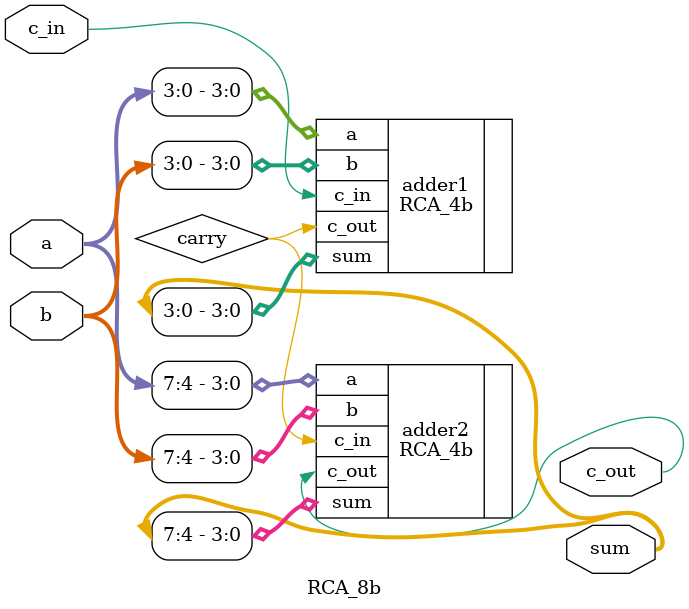
<source format=v>
`timescale 1ns / 1ps


module RCA_8b(input [7:0] a, b, 
              input c_in, 
              output [7:0] sum, 
              output c_out);
              
    wire carry;
    
    //instantiation of 2 4-bit adders
    RCA_4b adder1 (.a(a[3:0]), .b(b[3:0]), .c_in(c_in), .sum(sum[3:0]), .c_out(carry));
    RCA_4b adder2 (.a(a[7:4]), .b(b[7:4]), .c_in(carry), .sum(sum[7:4]), .c_out(c_out));
    
endmodule

</source>
